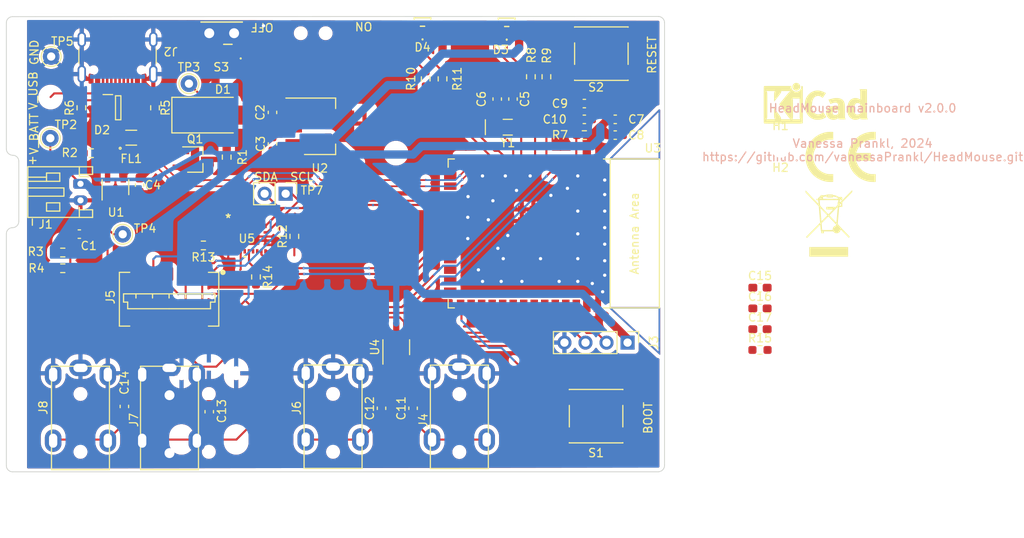
<source format=kicad_pcb>
(kicad_pcb (version 20221018) (generator pcbnew)
  (layers (0 "F.Cu" mixed) (31 "B.Cu" mixed) (34 "B.Paste" user) (35 "F.Paste" user) (36 "B.SilkS" user "B.Silkscreen") (37 "F.SilkS" user "F.Silkscreen") (38 "B.Mask" user) (39 "F.Mask" user) (44 "Edge.Cuts" user))
  (net 0 "")
  (net 1 "GND")
  (net 2 "/V_BAT_MEASURE")
  (net 3 "3.3V")
  (net 4 "/LED_STAT_G")
  (net 5 "/LED_STAT_R")
  (net 6 "/BAT_CHRG_STATUS")
  (net 7 "/I2C_SCL")
  (net 8 "/I2C_SDA")
  (net 9 "V_USB")
  (net 10 "V_BATT")
  (net 11 "Net-(U3-GPIO15{slash}U0RTS{slash}ADC2_CH4{slash}XTAL_32K_P)")
  (net 12 "/Microcontroller - ESP32-S3-WROOM/EN")
  (net 13 "Net-(U3-GPIO16{slash}U0CTS{slash}ADC2_CH5{slash}XTAL_32K_N)")
  (net 14 "/BTN_3")
  (net 15 "/BTN_4")
  (net 16 "/BTN_1")
  (net 17 "/BTN_2")
  (net 18 "Net-(D2-I{slash}O-Pad1)")
  (net 21 "Net-(D2-I{slash}O-Pad6)")
  (net 22 "Net-(D3-K1)")
  (net 23 "Net-(D3-K2)")
  (net 24 "Net-(D4-K1)")
  (net 25 "Net-(D4-K2)")
  (net 26 "/Microcontroller - ESP32-S3-WROOM/USB_C_D-")
  (net 27 "/Microcontroller - ESP32-S3-WROOM/USB_C_D+")
  (net 28 "Net-(J2-CC1)")
  (net 30 "Net-(J2-CC2)")
  (net 32 "/Microcontroller - ESP32-S3-WROOM/UART_TXD")
  (net 33 "/Microcontroller - ESP32-S3-WROOM/UART_RXD")
  (net 35 "/LED_BAT_G")
  (net 36 "/LED_BAT_R")
  (net 40 "unconnected-(U3-GPIO11{slash}TOUCH11{slash}ADC2_CH0{slash}FSPID{slash}FSPIIO5{slash}SUBSPID-Pad19)")
  (net 41 "unconnected-(U3-GPIO12{slash}TOUCH12{slash}ADC2_CH1{slash}FSPICLK{slash}FSPIIO6{slash}SUBSPICLK-Pad20)")
  (net 49 "/BNO55_INT")
  (net 50 "/MPRLS_INT")
  (net 54 "Net-(U5-CAP)")
  (net 55 "/Microcontroller - ESP32-S3-WROOM/BOOT")
  (net 56 "Net-(U5-NBOOT_LOAD_PIN)")
  (net 57 "Net-(U5-NRESET)")
  (net 59 "Net-(U1-PROG)")
  (net 71 "/Battery_and_Power_Managment/V_IN")
  (net 72 "/Battery_and_Power_Managment/V_PWR_SWITCH")
  (footprint "Resistor_SMD:R_0603_1608Metric_Pad0.98x0.95mm_HandSolder" (layer "F.Cu") (at 146.892474 104.459725 -90)
    (fp_text reference "R14")
    (fp_text value "10k")
  )
  (footprint "Resistor_SMD:R_0603_1608Metric_Pad0.98x0.95mm_HandSolder" (layer "F.Cu") (at 180.086 80.264 90)
    (fp_text reference "R8")
    (fp_text value "1k8")
  )
  (footprint "Package_TO_SOT_SMD:SOT-23-6_Handsoldering" (layer "F.Cu") (at 163.83 112.95 90)
    (fp_text reference "U4")
    (fp_text value "WE-TVS-824015043")
  )
  (footprint "Capacitor_SMD:C_0603_1608Metric_Pad1.08x0.95mm_HandSolder" (layer "F.Cu") (at 207.751301 110.7731)
    (fp_text reference "C17")
    (fp_text value "100nF")
  )
  (footprint "HeadMouse:54-00174" (layer "F.Cu") (at 171.45 127.618 90)
    (fp_text reference "J4")
    (fp_text value "54-00174")
  )
  (footprint "HeadMouse:54-00174" (layer "F.Cu") (at 156.2 127.6 90)
    (fp_text reference "J6")
    (fp_text value "54-00174")
  )
  (footprint "MountingHole:MountingHole_2.2mm_M2_ISO7380" (layer "F.Cu") (at 210.225 88.945)
    (fp_text reference "H1")
    (fp_text value "MountingHole")
  )
  (footprint "Resistor_SMD:R_0603_1608Metric_Pad0.98x0.95mm_HandSolder" (layer "F.Cu") (at 181.961 80.264 90)
    (fp_text reference "R9")
    (fp_text value "10k")
  )
  (footprint "Capacitor_SMD:C_0603_1608Metric_Pad1.08x0.95mm_HandSolder" (layer "F.Cu") (at 176.022 82.9575 -90)
    (fp_text reference "C6")
    (fp_text value "15pF-1%")
  )
  (footprint "Connector_JST:JST_PH_S2B-PH-K_1x02_P2.00mm_Horizontal" (layer "F.Cu") (at 125.701 93.201 -90)
    (fp_text reference "J1")
    (fp_text value "JST PH2P ST90 ")
  )
  (footprint "Capacitor_SMD:C_0603_1608Metric_Pad1.08x0.95mm_HandSolder" (layer "F.Cu") (at 207.751301 108.2631)
    (fp_text reference "C16")
    (fp_text value "1.0uF")
  )
  (footprint "Connector_PinHeader_2.54mm:PinHeader_1x02_P2.54mm_Vertical" (layer "F.Cu") (at 150.475 94.4 -90)
    (fp_text reference "TP7")
    (fp_text value "TestPoint_2Pole")
  )
  (footprint "TestPoint:TestPoint_THTPad_D2.0mm_Drill1.0mm" (layer "F.Cu") (at 122.06 87.69)
    (fp_text reference "TP2")
    (fp_text value "TestPoint_Probe")
  )
  (footprint "Symbol:WEEE-Logo_5.6x8mm_SilkScreen" (layer "F.Cu") (at 216.062368 97.99139)
    (fp_text reference "LOGO4" hide)
    (fp_text value "Logo_WEEE" hide)
  )
  (footprint "Espressif:ESP32-S3-WROOM-1" (layer "F.Cu") (at 179.85 99.2 -90)
    (fp_text reference "U3")
    (fp_text value "ESP32-S3-WROOM-1")
  )
  (footprint "Connector_PinHeader_2.54mm:PinHeader_1x04_P2.54mm_Vertical" (layer "F.Cu") (at 191.76 112.395 -90)
    (fp_text reference "J3")
    (fp_text value "Conn_01x04")
  )
  (footprint "Crystal:Crystal_SMD_MicroCrystal_CC7V-T1A-2Pin_3.2x1.5mm_HandSoldering" (layer "F.Cu") (at 177.292 86.36)
    (fp_text reference "Y1")
    (fp_text value "32.768 kHz")
  )
  (footprint "Capacitor_SMD:C_0603_1608Metric_Pad1.08x0.95mm_HandSolder" (layer "F.Cu") (at 148.885 88.3825 90)
    (fp_text reference "C3")
    (fp_text value "1.0uF")
  )
  (footprint "HeadMouse:450404015514" (layer "F.Cu") (at 142.75 75)
    (fp_text reference "S3")
    (fp_text value "450404015514" hide)
  )
  (footprint "Button_Switch_SMD:SW_Push_1P1T_NO_6x6mm_H9.5mm" (layer "F.Cu") (at 188.595 77.47)
    (fp_text reference "S2")
    (fp_text value "SW_Push")
  )
  (footprint "TestPoint:TestPoint_THTPad_D2.0mm_Drill1.0mm" (layer "F.Cu") (at 138.8 81.1)
    (fp_text reference "TP3")
    (fp_text value "TestPoint_Probe")
  )
  (footprint "Resistor_SMD:R_0603_1608Metric_Pad0.98x0.95mm_HandSolder" (layer "F.Cu") (at 143.353 89.98 90)
    (fp_text reference "R1")
    (fp_text value "10k")
  )
  (footprint "HeadMouse:SOT95P280X145-6N" (layer "F.Cu") (at 130.255 84.015)
    (fp_text reference "D2")
    (fp_text value "WE-TVS-824015" hide)
  )
  (footprint "TestPoint:TestPoint_THTPad_D2.0mm_Drill1.0mm" (layer "F.Cu") (at 122.16 77.82)
    (fp_text reference "TP5")
    (fp_text value "TestPoint_Probe")
  )
  (footprint "Resistor_SMD:R_0603_1608Metric_Pad0.98x0.95mm_HandSolder" (layer "F.Cu") (at 127 89.5)
    (fp_text reference "R2")
    (fp_text value "2k")
  )
  (footprint "Diode_SMD:D_SMB_Handsoldering" (layer "F.Cu") (at 141.448 84.9)
    (fp_text reference "D1")
    (fp_text value "10BQ015")
  )
  (footprint "HeadMouse:54-00174" (layer "F.Cu") (at 125.7 127.75 90)
    (fp_text reference "J8")
    (fp_text value "54-00174")
  )
  (footprint "Capacitor_SMD:C_0603_1608Metric_Pad1.08x0.95mm_HandSolder" (layer "F.Cu") (at 125.5635 99.281 180)
    (fp_text reference "C1")
    (fp_text value "4.7uF")
  )
  (footprint "Capacitor_SMD:C_0603_1608Metric_Pad1.08x0.95mm_HandSolder" (layer "F.Cu") (at 186.5425 85.41 180)
    (fp_text reference "C10")
    (fp_text value "1.0uF")
  )
  (footprint "Package_TO_SOT_SMD:SOT-23-5_HandSoldering" (layer "F.Cu") (at 129.921 93.613 90)
    (fp_text reference "U1")
    (fp_text value "MCP73831-2")
  )
  (footprint "Resistor_SMD:R_0603_1608Metric_Pad0.98x0.95mm_HandSolder" (layer "F.Cu") (at 167.386 80.518 90)
    (fp_text reference "R10")
    (fp_text value "120 ")
  )
  (footprint "Resistor_SMD:R_0603_1608Metric_Pad0.98x0.95mm_HandSolder" (layer "F.Cu") (at 169.418 80.518 90)
    (fp_text reference "R11")
    (fp_text value "120 ")
  )
  (footprint "HeadMouse:WE-CNSW-SMD" (layer "F.Cu") (at 131.826 87.63)
    (fp_text reference "FL1")
    (fp_text value "WE-CNSW 744232090" hide)
  )
  (footprint "Connector_USB:USB_C_Receptacle_GCT_USB4105-xx-A_16P_TopMnt_Horizontal" (layer "F.Cu") (at 130.175 76.835 180)
    (fp_text reference "J2")
    (fp_text value "USB4105-GF-A")
  )
  (footprint "Capacitor_SMD:C_0603_1608Metric_Pad1.08x0.95mm_HandSolder" (layer "F.Cu") (at 190.2725 87.315 180)
    (fp_text reference "C8")
    (fp_text value "100nF")
  )
  (footprint "Capacitor_SMD:C_0603_1608Metric_Pad1.08x0.95mm_HandSolder" (layer "F.Cu") (at 186.5425 83.505 180)
    (fp_text reference "C9")
    (fp_text value "100nF")
  )
  (footprint "HeadMouse:54-00174" (layer "F.Cu") (at 136.45 127.75 90)
    (fp_text reference "J7")
    (fp_text value "54-00174")
  )
  (footprint "Capacitor_SMD:C_0603_1608Metric_Pad1.08x0.95mm_HandSolder" (layer "F.Cu") (at 141.25 120.75 90)
    (fp_text reference "C13")
    (fp_text value "100nF")
  )
  (footprint "Capacitor_SMD:C_0603_1608Metric_Pad1.08x0.95mm_HandSolder" (layer "F.Cu") (at 132.842 93.359 -90)
    (fp_text reference "C4")
    (fp_text value "4.7uF")
  )
  (footprint "Capacitor_SMD:C_0603_1608Metric_Pad1.08x0.95mm_HandSolder" (layer "F.Cu") (at 207.751301 105.7531)
    (fp_text reference "C15")
    (fp_text value "100nF")
  )
  (footprint "Resistor_SMD:R_0603_1608Metric_Pad0.98x0.95mm_HandSolder" (layer "F.Cu") (at 134.7 84.015 90)
    (fp_text reference "R5")
    (fp_text value "5k1")
  )
  (footprint "Resistor_SMD:R_0603_1608Metric_Pad0.98x0.95mm_HandSolder" (layer "F.Cu") (at 207.751301 113.2831)
    (fp_text reference "R15")
    (fp_text value "10k")
  )
  (footprint "HeadMouse:LOGO_HM_V2.0.0" (layer "F.Cu") (at 220.14 94.22)
    (fp_text reference "LOGO1" hide)
    (fp_text value "Logo_HM" hide)
  )
  (footprint "Package_TO_SOT_SMD:TSOT-23_HandSoldering" (layer "F.Cu") (at 139.54 90.25)
    (fp_text reference "Q1")
    (fp_text value "PMOS AS3401")
  )
  (footprint "Capacitor_SMD:C_0603_1608Metric_Pad1.08x0.95mm_HandSolder" (layer "F.Cu") (at 165.862 120.33 90)
    (fp_text reference "C11")
    (fp_text value "100nF")
  )
  (footprint "TestPoint:TestPoint_THTPad_D2.0mm_Drill1.0mm" (layer "F.Cu") (at 130.8 99.3)
    (fp_text reference "TP4")
    (fp_text value "TestPoint_Probe")
  )
  (footprint "Resistor_SMD:R_0603_1608Metric_Pad0.98x0.95mm_HandSolder" (layer "F.Cu") (at 123.5615 101.506 180)
    (fp_text reference "R3")
    (fp_text value "100k")
  )
  (footprint "Resistor_SMD:R_0603_1608Metric_Pad0.98x0.95mm_HandSolder" (layer "F.Cu") (at 186.5425 87.315)
    (fp_text reference "R7")
    (fp_text value "4k7")
  )
  (footprint "HeadMouse:QFN_BNO055_BOS" (layer "F.Cu") (at 145.79 99.8233)
    (fp_text reference "U5")
    (fp_text value "BNO055")
  )
  (footprint "HeadMouse:155124RV73200" (layer "F.Cu") (at 177.165 74.83)
    (fp_text reference "D3")
    (fp_text value "155124RV73200" hide)
  )
  (footprint "Symbol:KiCad-Logo_5mm_SilkScreen" (layer "F.Cu") (at 214.481708 83.982424)
    (fp_text reference "LOGO2" hide)
    (fp_text value "Logo_KiCAD" hide)
  )
  (footprint "HeadMouse:155124RV73200" (layer "F.Cu") (at 167 74.8)
    (fp_text reference "D4")
    (fp_text value "155124RV73200" hide)
  )
  (footprint "Package_TO_SOT_SMD:SOT-223-3_TabPin2" (layer "F.Cu") (at 154.6 86.25)
    (fp_text reference "U2")
    (fp_text value "TC1262-33")
  )
  (footprint "Capacitor_SMD:C_0603_1608Metric_Pad1.08x0.95mm_HandSolder" (layer "F.Cu") (at 162.052 120.33 90)
    (fp_text reference "C12")
    (fp_text value "100nF")
  )
  (footprint "Resistor_SMD:R_0603_1608Metric_Pad0.98x0.95mm_HandSolder" (layer "F.Cu") (at 140.542474 100.649725 180)
    (fp_text reference "R13")
    (fp_text value "120 ")
  )
  (footprint "MountingHole:MountingHole_2.2mm_M2_ISO7380" (layer "F.Cu") (at 210.225 93.995)
    (fp_text reference "H2")
    (fp_text value "MountingHole")
  )
  (footprint "Resistor_SMD:R_0603_1608Metric_Pad0.98x0.95mm_HandSolder" (layer "F.Cu") (at 125.81 84.015 90)
    (fp_text reference "R6")
    (fp_text value "5k1")
  )
  (footprint "Button_Switch_SMD:SW_Push_1P1T_NO_6x6mm_H9.5mm" (layer "F.Cu") (at 187.96 121.285 180)
    (fp_text reference "S1")
    (fp_text value "SW_Push")
  )
  (footprint "Resistor_SMD:R_0603_1608Metric_Pad0.98x0.95mm_HandSolder" (layer "F.Cu") (at 151.523 99.555 90)
    (fp_text reference "R12")
    (fp_text value "120 ")
  )
  (footprint "Resistor_SMD:R_0603_1608Metric_Pad0.98x0.95mm_HandSolder" (layer "F.Cu") (at 123.5615 103.411)
    (fp_text reference "R4")
    (fp_text value "100k")
  )
  (footprint "Capacitor_SMD:C_0603_1608Metric_Pad1.08x0.95mm_HandSolder" (layer "F.Cu") (at 190.2725 85.41 180)
    (fp_text reference "C7")
    (fp_text value "22uF")
  )
  (footprint "Capacitor_SMD:C_0603_1608Metric_Pad1.08x0.95mm_HandSolder" (layer "F.Cu") (at 177.927 82.9575 -90)
    (fp_text reference "C5")
    (fp_text value "15pF-1%")
  )
  (footprint "Symbol:CE-Logo_8.5x6mm_SilkScreen" (layer "F.Cu") (at 217.487161 89.94125)
    (fp_text reference "LOGO3" hide)
    (fp_text value "Logo_CE" hide)
  )
  (footprint "HeadMouse:009159005551906" (layer "F.Cu") (at 136.4 107.15)
    (fp_text reference "J5")
    (fp_text value "009159005551906")
  )
  (footprint "Capacitor_SMD:C_0603_1608Metric_Pad1.08x0.95mm_HandSolder" (layer "F.Cu") (at 148.885 84.5725 -90)
    (fp_text reference "C2")
    (fp_text value "1.0uF")
  )
  (footprint "Capacitor_SMD:C_0603_1608Metric_Pad1.08x0.95mm_HandSolder" (layer "F.Cu") (at 131 120.1125 90)
    (fp_text reference "C14")
    (fp_text value "100nF")
  )
  (gr_poly locked (pts (xy 189.65 108.2) (xy 195.6 108.2) (xy 195.6 113.7)) (stroke (width 0.2)) (fill none) (layer "F.Cu"))
  (gr_poly locked (pts (xy 189.65 90.2) (xy 195.6 90.2) (xy 195.6 84.3)) (stroke (width 0.2)) (fill none) (layer "F.Cu"))
  (gr_poly locked (pts (xy 189.65 90.2) (xy 195.6 90.2) (xy 195.6 84.3)) (stroke (width 0.2)) (fill none) (layer "B.Cu"))
  (gr_poly locked (pts (xy 189.65 108.2) (xy 195.6 108.2) (xy 195.6 113.7)) (stroke (width 0.2)) (fill none) (layer "B.Cu"))
  (gr_line (start 117.500432 128.01113) (end 195.467948 128.01113) (stroke (width 0.1)) (layer "Edge.Cuts"))
  (gr_arc (start 116.75 99.25) (mid 116.96967 98.71967) (end 117.5 98.5) (stroke (width 0.1)) (layer "Edge.Cuts"))
  (gr_line (start 116.75 127.25) (end 116.75 99.25) (stroke (width 0.1)) (layer "Edge.Cuts"))
  (gr_arc (start 118.249387 97.719671) (mid 118.040947 98.269497) (end 117.5 98.5) (stroke (width 0.1)) (layer "Edge.Cuts"))
  (gr_arc (start 116.75 73.75) (mid 116.96967 73.21967) (end 117.5 73) (stroke (width 0.1)) (layer "Edge.Cuts"))
  (gr_line (start 116.75 89) (end 116.75 73.75) (stroke (width 0.1)) (layer "Edge.Cuts"))
  (gr_arc (start 117.53033 89.750589) (mid 116.988966 89.532484) (end 116.75 89) (stroke (width 0.1)) (layer "Edge.Cuts"))
  (gr_line (start 117.5 73) (end 195.478137 72.971863) (stroke (width 0.1)) (layer "Edge.Cuts"))
  (gr_arc (start 117.500432 128.011644) (mid 116.965818 127.787874) (end 116.750001 127.25) (stroke (width 0.1)) (layer "Edge.Cuts"))
  (gr_line (start 196.228137 73.721863) (end 196.228726 127.191533) (stroke (width 0.1)) (layer "Edge.Cuts"))
  (gr_arc (start 117.53033 89.750589) (mid 118.038797 89.961203) (end 118.249411 90.46967) (stroke (width 0.1)) (layer "Edge.Cuts"))
  (gr_arc (start 195.478137 72.971863) (mid 196.000008 73.199992) (end 196.228137 73.721863) (stroke (width 0.1)) (layer "Edge.Cuts"))
  (gr_arc (start 196.228726 127.191533) (mid 196.01769 127.758531) (end 195.467948 128.01113) (stroke (width 0.1)) (layer "Edge.Cuts"))
  (gr_line (start 118.249411 90.46967) (end 118.249411 97.71967) (stroke (width 0.1)) (layer "Edge.Cuts"))
  (gr_text "GND" (at 120.71 78.94 90) (layer "F.SilkS") (effects (font (size 1 1) (thickness 0.15) bold) (justify left bottom)))
  (gr_text "ON" (at 161.04 73.58 180) (layer "F.SilkS") (effects (font (size 1 1) (thickness 0.15) bold) (justify left bottom)))
  (gr_text "BOOT" (at 194.82 123.52 90) (layer "F.SilkS") (effects (font (size 1 1) (thickness 0.15) bold) (justify left bottom)))
  (gr_text "SDA  SCL" (at 146.605 92.95) (layer "F.SilkS") (effects (font (size 1 1) (thickness 0.15) bold) (justify left bottom)))
  (gr_text "OFF" (at 149.11 73.7 180) (layer "F.SilkS") (effects (font (size 1 1) (thickness 0.15) bold) (justify left bottom)))
  (gr_text "V_USB" (at 120.58 84.34 90) (layer "F.SilkS") (effects (font (size 1 1) (thickness 0.15) bold) (justify left bottom)))
  (gr_text "-" (at 120.4 98.55 90) (layer "F.SilkS") (effects (font (size 1 1) (thickness 0.15) bold) (justify left bottom)))
  (gr_text "RESET" (at 195.29 79.99 90) (layer "F.SilkS") (effects (font (size 1 1) (thickness 0.15) bold) (justify left bottom)))
  (gr_text "V_BATT" (at 120.68 89.77 90) (layer "F.SilkS") (effects (font (size 1 1) (thickness 0.15) bold) (justify left bottom)))
  (gr_text "+" (at 120.45 91.1 90) (layer "F.SilkS") (effects (font (size 1 1) (thickness 0.15) bold) (justify left bottom)))
  (segment (start 143.5608 99.071999) (end 143.267999 99.071999) (width 0.25) (layer "F.Cu") (net 1))
  (segment (start 129.921 94.963) (end 129.921 96.421) (width 0.25) (layer "F.Cu") (net 1))
  (segment (start 123.463 98.35) (end 124.394 99.281) (width 1) (layer "F.Cu") (net 1))
  (segment (start 133.92 80.515) (end 134.495 79.94) (width 0.5) (layer "F.Cu") (net 1))
  (segment (start 134.366 81.788) (end 134.62 81.788) (width 0.25) (layer "F.Cu") (net 1))
  (segment (start 141.2 115.3) (end 140.1 115.3) (width 0.25) (layer "F.Cu") (net 1))
  (segment (start 143.5608 100.572001) (end 142.3162 101.816601) (width 0.25) (layer "F.Cu") (net 1))
  (segment (start 143.5608 100.572001) (end 144.427999 100.572001) (width 0.25) (layer "F.Cu") (net 1))
  (segment (start 140.1 115.3) (end 139.2 114.4) (width 0.25) (layer "F.Cu") (net 1))
  (segment (start 148.0312 99.572) (end 146.872 99.572) (width 0.25) (layer "F.Cu") (net 1))
  (segment (start 144.471999 99.071999) (end 144.9 99.5) (width 0.25) (layer "F.Cu") (net 1))
  (segment (start 148.0312 100.072) (end 149.098 100.072) (width 0.25) (layer "F.Cu") (net 1))
  (segment (start 148.045999 101.3587) (end 149.0587 101.3587) (width 0.25) (layer "F.Cu") (net 1))
  (segment (start 142.1 115.3) (end 143.2 114.2) (width 0.25) (layer "F.Cu") (net 1))
  (segment (start 188.976 83.82) (end 187.405 85.391) (width 0.25) (layer "F.Cu") (net 1))
  (segment (start 143.267999 99.071999) (end 142.748 98.552) (width 0.25) (layer "F.Cu") (net 1))
  (segment (start 144.427999 100.572001) (end 144.7 100.3) (width 0.25) (layer "F.Cu") (net 1))
  (segment (start 133.375 80.515) (end 133.92 80.515) (width 0.5) (layer "F.Cu") (net 1))
  (segment (start 145.546 98.2853) (end 145.546 97.786) (width 0.25) (layer "F.Cu") (net 1))
  (segment (start 141.2 115.3) (end 142.1 115.3) (width 0.25) (layer "F.Cu") (net 1))
  (segment (start 143.546001 101.3587) (end 143.546001 102.525199) (width 0.25) (layer "F.Cu") (net 1))
  (segment (start 133.375 80.797) (end 134.366 81.788) (width 0.25) (layer "F.Cu") (net 1))
  (segment (start 148.0312 100.072) (end 146.828 100.072) (width 0.25) (layer "F.Cu") (net 1))
  (segment (start 187.405 85.391) (end 187.405 85.41) (width 0.25) (layer "F.Cu") (net 1))
  (segment (start 145.546 97.786) (end 146.304 97.028) (width 0.25) (layer "F.Cu") (net 1))
  (segment (start 133.375 80.515) (end 133.375 80.797) (width 0.25) (layer "F.Cu") (net 1))
  (segment (start 121.95 98.35) (end 123.463 98.35) (width 1) (layer "F.Cu") (net 1))
  (segment (start 129.921 96.421) (end 130.25 96.75) (width 0.25) (layer "F.Cu") (net 1))
  (segment (start 126.975 80.515) (end 126.43 80.515) (width 0.5) (layer "F.Cu") (net 1))
  (segment (start 148.0312 99.572) (end 149.1 99.572) (width 0.25) (layer "F.Cu") (net 1))
  (segment (start 126.43 80.515) (end 125.855 79.94) (width 0.5) (layer "F.Cu") (net 1))
  (segment (start 143.5608 99.071999) (end 144.471999 99.071999) (width 0.25) (layer "F.Cu") (net 1))
  (segment (start 148.0312 100.572001) (end 149.072001 100.572001) (width 0.25) (layer "F.Cu") (net 1))
  (segment (start 145.546 99.346) (end 145.6 99.4) (width 0.25) (layer "F.Cu") (net 1))
  (segment (start 145.546 98.2853) (end 145.546 99.346) (width 0.25) (layer "F.Cu") (net 1))
  (via (at 174.25 105) (size 0.8) (drill 0.4) (layers "F.Cu" "B.Cu") (net 1))
  (via (at 189 98.5) (size 0.8) (drill 0.4) (layers "F.Cu" "B.Cu") (net 1))
  (via (at 177 92.25) (size 0.8) (drill 0.4) (layers "F.Cu" "B.Cu") (net 1))
  (via (at 184.5 93.75) (size 0.8) (drill 0.4) (layers "F.Cu" "B.Cu") (net 1))
  (via (at 185.75 96.5) (size 0.8) (drill 0.4) (layers "F.Cu" "B.Cu") (net 1))
  (via (at 177.3 99.45) (size 0.8) (drill 0.4) (layers "F.Cu" "B.Cu") (net 1))
  (via (at 189 104.25) (size 0.8) (drill 0.4) (layers "F.Cu" "B.Cu") (net 1))
  (via (at 185.75 105) (size 0.8) (drill 0.4) (layers "F.Cu" "B.Cu") (net 1))
  (via (at 185.75 99.25) (size 0.8) (drill 0.4) (layers "F.Cu" "B.Cu") (net 1))
  (via (at 189 96.5) (size 0.8) (drill 0.4) (layers "F.Cu" "B.Cu") (net 1))
  (via (at 172.5 94.75) (size 0.8) (drill 0.4) (layers "F.Cu" "B.Cu") (net 1))
  (via (at 147.8 74.1) (size 0.8) (drill 0.4) (layers "F.Cu" "B.Cu") (net 1))
  (via (at 187.5 105.25) (size 0.8) (drill 0.4) (layers "F.Cu" "B.Cu") (net 1))
  (via (at 185.75 102.25) (size 0.8) (drill 0.4) (layers "F.Cu" "B.Cu") (net 1))
  (via (at 175.5 95.25) (size 0.8) (drill 0.4) (layers "F.Cu" "B.Cu") (net 1))
  (via (at 182.5 94.6) (size 0.8) (drill 0.4) (layers "F.Cu" "B.Cu") (net 1))
  (via (at 185.75 92.25) (size 0.8) (drill 0.4) (layers "F.Cu" "B.Cu") (net 1))
  (via (at 179 105) (size 0.8) (drill 0.4) (layers "F.Cu" "B.Cu") (net 1))
  (via (at 174.95 97.55) (size 0.8) (drill 0.4) (layers "F.Cu" "B.Cu") (net 1))
  (via (at 189 102.5) (size 0.8) (drill 0.4) (layers "F.Cu" "B.Cu") (net 1))
  (via (at 183.5 105) (size 0.8) (drill 0.4) (layers "F.Cu" "B.Cu") (net 1))
  (via (at 189 92.75) (size 0.8) (drill 0.4) (layers "F.Cu" "B.Cu") (net 1))
  (via (at 189 94.5) (size 0.8) (drill 0.4) (layers "F.Cu" "B.Cu") (net 1))
  (via (at 180 92.25) (size 0.8) (drill 0.4) (layers "F.Cu" "B.Cu") (net 1))
  (via (at 172.466 97.25) (size 0.8) (drill 0.4) (layers "F.Cu" "B.Cu") (net 1))
  (via (at 181.25 102.25) (size 0.8) (drill 0.4) (layers "F.Cu" "B.Cu") (net 1))
  (via (at 189 100.5) (size 0.8) (drill 0.4) (layers "F.Cu" "B.Cu") (net 1))
  (via (at 178.35 94) (size 0.8) (drill 0.4) (layers "F.Cu" "B.Cu") (net 1))
  (via (at 188.75 106.25) (size 0.8) (drill 0.4) (layers "F.Cu" "B.Cu") (net 1))
  (via (at 173.75 103.6) (size 0.8) (drill 0.4) (layers "F.Cu" "B.Cu") (net 1))
  (via (at 174.244 92.25) (size 0.8) (drill 0.4) (layers "F.Cu" "B.Cu") (net 1))
  (via (at 176.75 102.25) (size 0.8) (drill 0.4) (layers "F.Cu" "B.Cu") (net 1))
  (via (at 172.466 99.822) (size 0.8) (drill 0.4) (layers "F.Cu" "B.Cu") (net 1))
  (via (at 176.1 101) (size 0.8) (drill 0.4) (layers "F.Cu" "B.Cu") (net 1))
  (via (at 176.5 105) (size 0.8) (drill 0.4) (layers "F.Cu" "B.Cu") (net 1))
  (segment (start 182.7 92.65) (end 184.3 91.05) (width 0.25) (layer "F.Cu") (net 2))
  (segment (start 184.3 91.05) (end 184.3 90.45) (width 0.25) (layer "F.Cu") (net 2))
  (segment (start 124.474 106.938695) (end 124.474 103.411) (width 0.25) (layer "F.Cu") (net 2))
  (segment (start 164.7 108.8) (end 154.5 108.8) (width 0.25) (layer "F.Cu") (net 2))
  (segment (start 130.960305 113.425) (end 124.474 106.938695) (width 0.25) (layer "F.Cu") (net 2))
  (segment (start 124.474 103.411) (end 124.474 101.506) (width 0.25) (layer "F.Cu") (net 2))
  (segment (start 154.5 108.8) (end 149.875 113.425) (width 0.25) (layer "F.Cu") (net 2))
  (segment (start 168 105.5) (end 164.7 108.8) (width 0.25) (layer "F.Cu") (net 2))
  (segment (start 149.875 113.425) (end 130.960305 113.425) (width 0.25) (layer "F.Cu") (net 2))
  (via micro (at 182.7 92.65) (size 0.3) (drill 0.1) (layers "F.Cu" "B.Cu") (net 2))
  (segment (start 170.95 104.4) (end 169.1 104.4) (width 0.25) (layer "B.Cu") (net 2))
  (segment (start 169.1 104.4) (end 168 105.5) (width 0.25) (layer "B.Cu") (net 2))
  (segment (start 182.7 92.65) (end 170.95 104.4) (width 0.25) (layer "B.Cu") (net 2))
  (segment (start 188.468 86.352) (end 189.41 85.41) (width 1) (layer "F.Cu") (net 3))
  (segment (start 168.5 75.5) (end 168.5 74.4) (width 1) (layer "F.Cu") (net 3))
  (segment (start 140.5382 97.151) (end 141.404974 98.017774) (width 0.25) (layer "F.Cu") (net 3))
  (segment (start 188.41 86.36) (end 187.455 87.315) (width 1) (layer "F.Cu") (net 3))
  (segment (start 146.3 108.575) (end 146.3 108) (width 0.25) (layer "F.Cu") (net 3))
  (segment (start 141.404974 98.017774) (end 141.404974 98.744725) (width 0.25) (layer "F.Cu") (net 3))
  (segment (start 148.3 104.7) (end 147.627775 105.372225) (width 0.25) (layer "F.Cu") (net 3))
  (segment (start 147.627775 105.372225) (end 146.892474 105.372225) (width 0.25) (layer "F.Cu") (net 3))
  (segment (start 188.468 86.36) (end 188.41 86.36) (width 0.25) (layer "F.Cu") (net 3))
  (segment (start 134.5 102.3) (end 134.5 104) (width 0.25) (layer "F.Cu") (net 3))
  (segment (start 143.5608 99.572) (end 142.232249 99.572) (width 0.25) (layer "F.Cu") (net 3))
  (segment (start 144.046001 98.2853) (end 144.046001 96.988702) (width 0.25) (layer "F.Cu") (net 3))
  (segment (start 144.046001 96.988702) (end 143.455999 96.3987) (width 0.25) (layer "F.Cu") (net 3))
  (segment (start 169.418 77.47) (end 169.418 76.418) (width 1) (layer "F.Cu") (net 3))
  (segment (start 141.404974 98.744725) (end 141.404974 98.449725) (width 0.25) (layer "F.Cu") (net 3))
  (segment (start 144.6 108.3) (end 145.6 107.3) (width 0.25) (layer "F.Cu") (net 3))
  (segment (start 163.8277 110.0745) (end 163.83 110.0768) (width 0.75) (layer "F.Cu") (net 3))
  (segment (start 144.6 108.575) (end 144.6 108.3) (width 0.25) (layer "F.Cu") (net 3))
  (segment (start 188.468 86.36) (end 188.468 86.352) (width 0.25) (layer "F.Cu") (net 3))
  (segment (start 188.468 86.36) (end 188.468 86.373) (width 0.25) (layer "F.Cu") (net 3))
  (segment (start 186.84 87.93) (end 186.84 90.45) (width 1) (layer "F.Cu") (net 3))
  (segment (start 142.232249 99.572) (end 141.404974 98.744725) (width 0.25) (layer "F.Cu") (net 3))
  (segment (start 134.5 104) (end 134.4 104.1) (width 0.25) (layer "F.Cu") (net 3))
  (segment (start 178.665 76.8) (end 178.665 74.43) (width 1) (layer "F.Cu") (net 3))
  (segment (start 189.782 109.982) (end 191.76 111.96) (width 1) (layer "F.Cu") (net 3))
  (segment (start 146.3 108) (end 145.6 107.3) (width 0.25) (layer "F.Cu") (net 3))
  (segment (start 142.24 95.758) (end 142.815299 95.758) (width 0.25) (layer "F.Cu") (net 3))
  (segment (start 187.455 87.315) (end 186.84 87.93) (width 1) (layer "F.Cu") (net 3))
  (segment (start 188.468 86.373) (end 189.41 87.315) (width 1) (layer "F.Cu") (net 3))
  (segment (start 169.418 76.418) (end 168.5 75.5) (width 1) (layer "F.Cu") (net 3))
  (segment (start 156.21 89.662) (end 156.464 89.408) (width 0.25) (layer "F.Cu") (net 3))
  (segment (start 191.76 111.96) (end 191.76 112.395) (width 1) (layer "F.Cu") (net 3))
  (segment (start 142.815299 95.758) (end 143.455999 96.3987) (width 0.25) (layer "F.Cu") (net 3))
  (segment (start 134.4 110.2) (end 134.4 104.1) (width 0.25) (layer "F.Cu") (net 3))
  (segment (start 163.83 110.0768) (end 163.83 111.6) (width 0.75) (layer "F.Cu") (net 3))
  (segment (start 165.608 81.28) (end 169.418 77.47) (width 1) (layer "B.Cu") (net 3))
  (segment (start 160.274 89.662) (end 165.862 89.662) (width 1) (layer "B.Cu") (net 3))
  (segment (start 146 104.4) (end 146 106.9) (width 0.25) (layer "B.Cu") (net 3))
  (segment (start 163.8277 110.0745) (end 163.83 110.0722) (width 0.75) (layer "B.Cu") (net 3))
  (segment (start 167.206 106.5) (end 166.116 105.41) (width 1) (layer "B.Cu") (net 3))
  (segment (start 157.734 89.662) (end 160.274 89.662) (width 1) (layer "B.Cu") (net 3))
  (segment (start 166.878 88.646) (end 187.452 88.646) (width 1) (layer "B.Cu") (net 3))
  (segment (start 177.995 77.47) (end 169.418 77.47) (width 1) (layer "B.Cu") (net 3))
  (segment (start 155.956 88.138) (end 162.814 81.28) (width 1) (layer "B.Cu") (net 3))
  (segment (start 188.468 87.63) (end 188.468 86.36) (width 1) (layer "B.Cu") (net 3))
  (segment (start 189.782 109.982) (end 186.3 106.5) (width 1) (layer "B.Cu") (net 3))
  (segment (start 163.83 105.27) (end 163.86 105.24) (width 0.75) (layer "B.Cu") (net 3))
  (segment (start 186.3 106.5) (end 167.206 106.5) (width 1) (layer "B.Cu") (net 3))
  (segment (start 146 106.9) (end 145.6 107.3) (width 0.25) (layer "B.Cu") (net 3))
  (segment (start 178.665 76.8) (end 177.995 77.47) (width 1) (layer "B.Cu") (net 3))
  (segment (start 165.862 89.662) (end 166.878 88.646) (width 1) (layer "B.Cu") (net 3))
  (segment (start 163.83 110.0722) (end 163.83 105.27) (width 0.75) (layer "B.Cu") (net 3))
  (segment (start 187.452 88.646) (end 188.468 87.63) (width 1) (layer "B.Cu") (net 3))
  (segment (start 162.814 81.28) (end 165.608 81.28) (width 1) (layer "B.Cu") (net 3))
  (segment (start 167.386 81.4305) (end 167.386 82.03638) (width 0.25) (layer "F.Cu") (net 4))
  (segment (start 151.523 101.854) (end 151.523 100.4675) (width 0.25) (layer "F.Cu") (net 4))
  (segment (start 175.41 90.06038) (end 175.41 90.45) (width 0.25) (layer "F.Cu") (net 4))
  (segment (start 151.6605 100.33) (end 151.523 100.4675) (width 0.25) (layer "F.Cu") (net 4))
  (segment (start 167.386 82.03638) (end 175.41 90.06038) (width 0.25) (layer "F.Cu") (net 4))
  (segment (start 169.418 81.4305) (end 169.418 82.918) (width 0.25) (layer "F.Cu") (net 5))
  (segment (start 142.032699 100.072) (end 143.5608 100.072) (width 0.25) (layer "F.Cu") (net 5))
  (segment (start 176.198198 89.218198) (end 176.68 89.7) (width 0.25) (layer "F.Cu") (net 5))
  (segment (start 141.454974 100.649725) (end 142.032699 100.072) (width 0.25) (layer "F.Cu") (net 5))
  (segment (start 175.718198 89.218198) (end 176.198198 89.218198) (width 0.25) (layer "F.Cu") (net 5))
  (segment (start 169.418 82.918) (end 175.718198 89.218198) (width 0.25) (layer "F.Cu") (net 5))
  (segment (start 176.68 89.7) (end 176.68 90.45) (width 0.25) (layer "F.Cu") (net 5))
  (segment (start 128.971 98.6) (end 128.971 94.963) (width 0.25) (layer "F.Cu") (net 6))
  (segment (start 128.971 110.371) (end 128.971 98.6) (width 0.25) (layer "F.Cu") (net 6))
  (segment (start 168.4 104.2) (end 164.5 108.1) (width 0.25) (layer "F.Cu") (net 6))
  (segment (start 182 92.25) (end 183.03 91.22) (width 0.25) (layer "F.Cu") (net 6))
  (segment (start 154.1 108.1) (end 149.5 112.7) (width 0.25) (layer "F.Cu") (net 6))
  (segment (start 149.5 112.7) (end 131.3 112.7) (width 0.25) (layer "F.Cu") (net 6))
  (segment (start 131.3 112.7) (end 128.971 110.371) (width 0.25) (layer "F.Cu") (net 6))
  (segment (start 130.8 99.3) (end 129.671 99.3) (width 0.25) (layer "F.Cu") (net 6))
  (segment (start 129.671 99.3) (end 128.971 98.6) (width 0.25) (layer "F.Cu") (net 6))
  (segment (start 164.5 108.1) (end 154.1 108.1) (width 0.25) (layer "F.Cu") (net 6))
  (segment (start 183.03 91.22) (end 183.03 90.45) (width 0.25) (layer "F.Cu") (net 6))
  (via micro (at 182 92.25) (size 0.3) (drill 0.1) (layers "F.Cu" "B.Cu") (net 6))
  (segment (start 169.5 103.1) (end 171.15 103.1) (width 0.25) (layer "B.Cu") (net 6))
  (segment (start 168.4 104.2) (end 169.5 103.1) (width 0.25) (layer "B.Cu") (net 6))
  (segment (start 171.15 103.1) (end 182 92.25) (width 0.25) (layer "B.Cu") (net 6))
  (segment (start 150.5 94.4) (end 151.219099 94.4) (width 0.25) (layer "F.Cu") (net 7))
  (segment (start 148.2471 99.071999) (end 148.0312 99.071999) (width 0.25) (layer "F.Cu") (net 7))
  (segment (start 168.656 95.25) (end 169.151 94.755) (width 0.25) (layer "F.Cu") (net 7))
  (segment (start 157.734 95.25) (end 152.069099 95.25) (width 0.25) (layer "F.Cu") (net 7))
  (segment (start 144.4 110.2) (end 144.6 110.4) (width 0.25) (layer "F.Cu") (net 7))
  (segment (start 141.4 104.1) (end 140.4 104.1) (width 0.25) (layer "F.Cu") (net 7))
  (segment (start 142.3 103.2) (end 141.4 104.1) (width 0.25) (layer "F.Cu") (net 7))
  (segment (start 149.409549 97.909549) (end 148.2471 99.071999) (width 0.25) (layer "F.Cu") (net 7))
  (segment (start 140.4 110.2) (end 140.4 104.1) (width 0.25) (layer "F.Cu") (net 7))
  (segment (start 140.4 110.2) (end 144.4 110.2) (width 0.25) (layer "F.Cu") (net 7))
  (segment (start 160.528 95.25) (end 157.734 95.25) (width 0.25) (layer "F.Cu") (net 7))
  (segment (start 149.7 98.2) (end 149.409549 97.909549) (width 0.25) (layer "F.Cu") (net 7))
  (segment (start 152.069099 95.25) (end 149.409549 97.909549) (width 0.25) (layer "F.Cu") (net 7))
  (segment (start 149.7 99) (end 149.7 98.2) (width 0.25) (layer "F.Cu") (net 7))
  (segment (start 151.219099 94.4) (end 152.069099 95.25) (width 0.25) (layer "F.Cu") (net 7))
  (segment (start 160.528 95.25) (end 168.656 95.25) (width 0.25) (layer "F.Cu") (net 7))
  (segment (start 169.151 94.755) (end 170.35 94.755) (width 0.25) (layer "F.Cu") (net 7))
  (via micro (at 142.3 103.2) (size 0.3) (drill 0.1) (layers "F.Cu" "B.Cu") (net 7))
  (via micro (at 149.7 99) (size 0.3) (drill 0.1) (layers "F.Cu" "B.Cu") (net 7))
  (segment (start 145.6 103.1) (end 149.7 99) (width 0.25) (layer "B.Cu") (net 7))
  (segment (start 142.3 103.2) (end 142.4 103.1) (width 0.25) (layer "B.Cu") (net 7))
  (segment (start 142.4 103.1) (end 145.6 103.1) (width 0.25) (layer "B.Cu") (net 7))
  (segment (start 148.66565 97.66565) (end 149.26565 97.06565) (width 0.25) (layer "F.Cu") (net 8))
  (segment (start 139.7 102.8) (end 138.4 104.1) (width 0.25) (layer "F.Cu") (net 8))
  (segment (start 161.009469 95.758) (end 168.656 95.758) (width 0.25) (layer "F.Cu") (net 8))
  (segment (start 149.26565 97.06565) (end 150.196299 96.135) (width 0.25) (layer "F.Cu") (net 8))
  (segment (start 168.923 96.025) (end 170.35 96.025) (width 0.25) (layer "F.Cu") (net 8))
  (segment (start 158.242 95.758) (end 161.009469 95.758) (width 0.25) (layer "F.Cu") (net 8))
  (segment (start 138.4 110.2) (end 139.625 111.425) (width 0.25) (layer "F.Cu") (net 8))
  (segment (start 151.9682 96.135) (end 152.531 96.135) (width 0.25) (layer "F.Cu") (net 8))
  (segment (start 148.045999 98.2853) (end 149.26565 97.06565) (width 0.25) (layer "F.Cu") (net 8))
  (segment (start 152.531 96.135) (end 152.908 95.758) (width 0.25) (layer "F.Cu") (net 8))
  (segment (start 142.1 102.5) (end 141.8 102.8) (width 0.25) (layer "F.Cu") (net 8))
  (segment (start 147.96 94.4) (end 149.695 96.135) (width 0.25) (layer "F.Cu") (net 8))
  (segment (start 149.695 96.135) (end 150.196299 96.135) (width 0.25) (layer "F.Cu") (net 8))
  (segment (start 145.275 111.425) (end 146.3 110.4) (width 0.25) (layer "F.Cu") (net 8))
  (segment (start 168.656 95.758) (end 168.923 96.025) (width 0.25) (layer "F.Cu") (net 8))
  (segment (start 152.908 95.758) (end 158.242 95.758) (width 0.25) (layer "F.Cu") (net 8))
  (segment (start 139.625 111.425) (end 145.275 111.425) (width 0.25) (layer "F.Cu") (net 8))
  (segment (start 141.8 102.8) (end 139.7 102.8) (width 0.25) (layer "F.Cu") (net 8))
  (segment (start 138.4 110.2) (end 138.4 104.1) (width 0.25) (layer "F.Cu") (net 8))
  (segment (start 150.196299 96.135) (end 150.4442 96.135) (width 0.25) (layer "F.Cu") (net 8))
  (via micro (at 150.4442 96.135) (size 0.3) (drill 0.1) (layers "F.Cu" "B.Cu") (net 8))
  (via micro (at 148.66565 97.66565) (size 0.3) (drill 0.1) (layers "F.Cu" "B.Cu") (net 8))
  (via micro (at 142.1 102.5) (size 0.3) (drill 0.1) (layers "F.Cu" "B.Cu") (net 8))
  (via micro (at 151.9682 96.135) (size 0.3) (drill 0.1) (layers "F.Cu" "B.Cu") (net 8))
  (segment (start 148.66565 98.83435) (end 145 102.5) (width 0.25) (layer "B.Cu") (net 8))
  (segment (start 161.009469 95.758) (end 161.036 95.784531) (width 0.25) (layer "B.Cu") (net 8))
  (segment (start 148.66565 97.66565) (end 148.66565 98.83435) (width 0.25) (layer "B.Cu") (net 8))
  (segment (start 150.4442 96.135) (end 151.9682 96.135) (width 0.25) (layer "B.Cu") (net 8))
  (segment (start 145 102.5) (end 142.1 102.5) (width 0.25) (layer "B.Cu") (net 8))
  (segment (start 141.796 84.9) (end 141.732 84.836) (width 1) (layer "F.Cu") (net 9))
  (segment (start 133.75 91.5) (end 133.75 91.5885) (width 1) (layer "F.Cu") (net 9))
  (segment (start 132.575 81.281088) (end 132.575 80.515) (width 0.5) (layer "F.Cu") (net 9))
  (segment (start 133.215956 81.922044) (end 132.575 81.281088) (width 0.5) (layer "F.Cu") (net 9))
  (segment (start 122.535 82.275) (end 127.012402 82.275) (width 0.25) (layer "F.Cu") (net 9))
  (segment (start 127.775 81.512402) (end 127.775 80.515) (width 0.5) (layer "F.Cu") (net 9))
  (segment (start 133.75 91.5885) (end 132.842 92.4965) (width 1) (layer "F.Cu") (net 9))
  (segment (start 144.148 84.9) (end 141.796 84.9) (width 1) (layer "F.Cu") (net 9))
  (segment (start 144.148 84.9) (end 143.954 84.9) (width 1) (layer "F.Cu") (net 9))
  (segment (start 143.828 84.9) (end 144.148 84.9) (width 1) (layer "F.Cu") (net 9))
  (segment (start 132.435201 84.015) (end 131.505 84.015) (width 0.5) (layer "F.Cu") (net 9))
  (segment (start 143.353 89.0675) (end 143.353 88.041) (width 1) (layer "F.Cu") (net 9))
  (segment (start 130.871 91.915) (end 130.871 92.263) (width 1) (layer "F.Cu") (net 9))
  (segment (start 137.83 89.3) (end 137.83 88.53) (width 1) (layer "F.Cu") (net 9))
  (segment (start 122.09 82.72) (end 122.535 82.275) (width 0.25) (layer "F.Cu") (net 9))
  (segment (start 144.148 83.312) (end 144.148 84.9) (width 1) (layer "F.Cu") (net 9))
  (segment (start 127.477496 81.809906) (end 127.775 81.512402) (width 0.5) (layer "F.Cu") (net 9))
  (segment (start 132.6255 84.205299) (end 132.435201 84.015) (width 0.5) (layer "F.Cu") (net 9))
  (segment (start 131.633 91.153) (end 130.871 91.915) (width 1) (layer "F.Cu") (net 9))
  (segment (start 137.83 88.53) (end 137.2 87.9) (width 1) (layer "F.Cu") (net 9))
  (segment (start 127.012402 82.275) (end 127.477496 81.809906) (width 0.25) (layer "F.Cu") (net 9))
  (segment (start 143.353 88.041) (end 143.51 87.884) (width 1) (layer "F.Cu") (net 9))
  (segment (start 122.06 87.69) (end 122.06 89.56) (width 0.25) (layer "F.Cu") (net 10))
  (segment (start 123.3 100.855) (end 122.649 101.506) (width 1) (layer "F.Cu") (net 10))
  (segment (start 123.3 100.1) (end 123.3 100.855) (width 1) (layer "F.Cu") (net 10))
  (segment (start 126.5 98.05) (end 126.5 99.207) (width 1) (layer "F.Cu") (net 10))
  (segment (start 141.3 90.95) (end 141 91.25) (width 1) (layer "F.Cu") (net 10))
  (segment (start 126.5 99.207) (end 126.426 99.281) (width 1) (layer "F.Cu") (net 10))
  (segment (start 131.108 95.2) (end 130.871 94.963) (width 0.75) (layer "F.Cu") (net 10))
  (segment (start 131.9 95.2) (end 131.108 95.2) (width 0.75) (layer "F.Cu") (net 10))
  (segment (start 141.3 90.6) (end 141.3 90.95) (width 1) (layer "F.Cu") (net 10))
  (segment (start 122.06 89.56) (end 125.701 93.201) (width 0.25) (layer "F.Cu") (net 10))
  (segment (start 127.45 94.26) (end 126.391 93.201) (width 1) (layer "B.Cu") (net 10))
  (segment (start 126.391 93.201) (end 125.701 93.201) (width 1) (layer "B.Cu") (net 10))
  (segment (start 178.917 90.147) (end 179.22 90.45) (width 0.25) (layer "F.Cu") (net 11))
  (segment (start 177.927 85.37) (end 178.917 86.36) (width 0.25) (layer "F.Cu") (net 11))
  (segment (start 178.917 86.36) (end 178.917 90.147) (width 0.25) (layer "F.Cu") (net 11))
  (segment (start 177.927 83.82) (end 177.927 85.37) (width 0.25) (layer "F.Cu") (net 11))
  (segment (start 184.62 79.72) (end 184.62 82.445) (width 0.25) (layer "F.Cu") (net 12))
  (segment (start 185.57 87.375) (end 185.63 87.315) (width 0.25) (layer "F.Cu") (net 12))
  (segment (start 192.57 79.72) (end 184.62 79.72) (width 0.25) (layer "F.Cu") (net 12))
  (segment (start 185.68 85.41) (end 185.68 87.265) (width 0.25) (layer "F.Cu") (net 12))
  (segment (start 185.57 90.45) (end 185.57 87.375) (width 0.25) (layer "F.Cu") (net 12))
  (segment (start 184.62 82.445) (end 185.68 83.505) (width 0.25) (layer "F.Cu") (net 12))
  (segment (start 185.68 83.505) (end 185.68 85.41) (width 0.25) (layer "F.Cu") (net 12))
  (segment (start 185.68 87.265) (end 185.63 87.315) (width 0.25) (layer "F.Cu") (net 12))
  (segment (start 176.022 83.82) (end 176.022 86.005) (width 0.25) (layer "F.Cu") (net 13))
  (segment (start 177.95 88.643) (end 177.95 90.45) (width 0.25) (layer "F.Cu") (net 13))
  (segment (start 175.667 86.36) (end 177.95 88.643) (width 0.25) (layer "F.Cu") (net 13))
  (segment (start 176.022 86.005) (end 175.667 86.36) (width 0.25) (layer "F.Cu") (net 13))
  (segment (start 149.86 118.165) (end 147.24 120.785) (width 0.254) (layer "F.Cu") (net 14))
  (segment (start 162.88 111.6) (end 162.88 112.21462) (width 0.25) (layer "F.Cu") (net 14))
  (segment (start 147.24 121.402) (end 144.524 124.118) (width 0.25) (layer "F.Cu") (net 14))
  (segment (start 144.524 124.118) (end 133.282 124.118) (width 0.25) (layer "F.Cu") (net 14))
  (segment (start 165.23962 112.705) (end 166.24462 111.7) (width 0.25) (layer "F.Cu") (net 14))
  (segment (start 179.22 109.78) (end 179.22 107.95) (width 0.25) (layer "F.Cu") (net 14))
  (segment (start 162.88 111.6) (end 161.78 110.5) (width 0.25) (layer "F.Cu") (net 14))
  (segment (start 162.88 112.21462) (end 163.37038 112.705) (width 0.25) (layer "F.Cu") (net 14))
  (segment (start 149.86 115.57) (end 149.86 118.165) (width 0.25) (layer "F.Cu") (net 14))
  (segment (start 166.24462 111.7) (end 177.3 111.7) (width 0.25) (layer "F.Cu") (net 14))
  (segment (start 133.282 124.118) (end 133.15 124.25) (width 0.25) (layer "F.Cu") (net 14))
  (segment (start 177.3 111.7) (end 179.22 109.78) (width 0.25) (layer "F.Cu") (net 14))
  (segment (start 163.37038 112.705) (end 165.23962 112.705) (width 0.25) (layer "F.Cu") (net 14))
  (segment (start 161.78 110.5) (end 154.93 110.5) (width 0.25) (layer "F.Cu") (net 14))
  (segment (start 147.24 120.785) (end 147.24 121.402) (width 0.25) (layer "F.Cu") (net 14))
  (segment (start 154.93 110.5) (end 149.86 115.57) (width 0.25) (layer "F.Cu") (net 14))
  (segment (start 164.78 109.88) (end 164.25 109.35) (width 0.25) (layer "F.Cu") (net 15))
  (segment (start 164.78 111.6) (end 164.78 109.88) (width 0.25) (layer "F.Cu") (net 15))
  (segment (start 131 122.148) (end 129.03 124.118) (width 0.25) (layer "F.Cu") (net 15))
  (segment (start 177.95 110.15) (end 177.95 107.95) (width 0.25) (layer "F.Cu") (net 15))
  (segment (start 155.05 109.35) (end 144.425 119.975) (width 0.25) (layer "F.Cu") (net 15))
  (segment (start 166.108224 111.2) (end 176.9 111.2) (width 0.25) (layer "F.Cu") (net 15))
  (segment (start 165.708224 111.6) (end 166.108224 111.2) (width 0.25) (layer "F.Cu") (net 15))
  (segment (start 164.25 109.35) (end 155.05 109.35) (width 0.25) (layer "F.Cu") (net 15))
  (segment (start 176.9 111.2) (end 177.95 110.15) (width 0.25) (layer "F.Cu") (net 15))
  (segment (start 129.03 124.118) (end 122.43 124.118) (width 0.25) (layer "F.Cu") (net 15))
  (segment (start 164.78 111.6) (end 165.708224 111.6) (width 0.25) (layer "F.Cu") (net 15))
  (segment (start 131 120.975) (end 131 122.148) (width 0.25) (layer "F.Cu") (net 15))
  (segment (start 144.425 119.975) (end 132 119.975) (width 0.25) (layer "F.Cu") (net 15))
  (segment (start 132 119.975) (end 131 120.975) (width 0.25) (layer "F.Cu") (net 15))
  (segment (start 168.15 124.118) (end 165.862 121.83) (width 0.25) (layer "F.Cu") (net 16))
  (segment (start 164.78 120.1105) (end 164.78 114.72) (width 0.25) (layer "F.Cu") (net 16))
  (segment (start 181.76 108.94) (end 181.76 107.95) (width 0.25) (layer "F.Cu") (net 16))
  (segment (start 164.78 114.72) (end 166.7 112.8) (width 0.25) (layer "F.Cu") (net 16))
  (segment (start 168.15 124.118) (end 174.75 124.118) (width 0.25) (layer "F.Cu") (net 16))
  (segment (start 177.9 112.8) (end 181.76 108.94) (width 0.25) (layer "F.Cu") (net 16))
  (segment (start 165.862 121.1925) (end 164.78 120.1105) (width 0.25) (layer "F.Cu") (net 16))
  (segment (start 166.7 112.8) (end 177.9 112.8) (width 0.25) (layer "F.Cu") (net 16))
  (segment (start 165.862 121.83) (end 165.862 121.1925) (width 0.25) (layer "F.Cu") (net 16))
  (segment (start 152.91 124.118) (end 159.51 124.118) (width 0.25) (layer "F.Cu") (net 17))
  (segment (start 163.322 113.195) (end 165.4875 113.195) (width 0.25) (layer "F.Cu") (net 17))
  (segment (start 162.052 121.576) (end 162.052 121.1925) (width 0.25) (layer "F.Cu") (net 17))
  (segment (start 165.4875 113.195) (end 166.4325 112.25) (width 0.25) (layer "F.Cu") (net 17))
  (segment (start 162.852 120.3925) (end 162.852 113.665) (width 0.25) (layer "F.Cu") (net 17))
  (segment (start 166.4325 112.25) (end 177.55 112.25) (width 0.25) (layer "F.Cu") (net 17))
  (segment (start 162.052 121.1925) (end 162.852 120.3925) (width 0.25) (layer "F.Cu") (net 17))
  (segment (start 180.49 109.31) (end 180.49 107.95) (width 0.25) (layer "F.Cu") (net 17))
  (segment (start 162.852 113.665) (end 163.322 113.195) (width 0.25) (layer "F.Cu") (net 17))
  (segment (start 177.55 112.25) (end 180.49 109.31) (width 0.25) (layer "F.Cu") (net 17))
  (segment (start 159.51 124.118) (end 162.052 121.576) (width 0.25) (layer "F.Cu") (net 17))
  (segment (start 129.005 83.065) (end 129.58 83.065) (width 0.25) (layer "F.Cu") (net 18))
  (segment (start 129.58 83.065) (end 130.048 83.533) (width 0.25) (layer "F.Cu") (net 18))
  (segment (start 130.425 80.515) (end 130.425 81.155686) (width 0.25) (layer "F.Cu") (net 18))
  (segment (start 130.048 83.533) (end 130.048 86.702) (width 0.25) (layer "F.Cu") (net 18))
  (segment (start 130.048 86.702) (end 130.476 87.13) (width 0.25) (layer "F.Cu") (net 18))
  (segment (start 129.005 83.065) (end 129.425 82.645) (width 0.25) (layer "F.Cu") (net 18))
  (segment (start 129.425 82.645) (end 129.425 81.28) (width 0.25) (layer "F.Cu") (net 18))
  (segment (start 130.425 81.155686) (end 130.165686 81.415) (width 0.25) (layer "F.Cu") (net 18))
  (segment (start 129.56 81.415) (end 129.425 81.28) (width 0.25) (layer "F.Cu") (net 18))
  (segment (start 130.165686 81.415) (end 129.56 81.415) (width 0.25) (layer "F.Cu") (net 18))
  (segment (start 129.425 81.28) (end 129.425 80.515) (width 0.25) (layer "F.Cu") (net 18))
  (segment (start 130.605 85.94938) (end 130.605 83.58038) (width 0.25) (layer "F.Cu") (net 21))
  (segment (start 131.505 83.065) (end 130.925 82.485) (width 0.25) (layer "F.Cu") (net 21))
  (segment (start 131.026 88.13) (end 131.351 87.805) (width 0.25) (layer "F.Cu") (net 21))
  (segment (start 129.925 79.874314) (end 130.184314 79.615) (width 0.25) (layer "F.Cu") (net 21))
  (segment (start 130.925 82.485) (end 130.925 80.515) (width 0.25) (layer "F.Cu") (net 21))
  (segment (start 130.925 79.874314) (end 130.925 80.515) (width 0.25) (layer "F.Cu") (net 21))
  (segment (start 129.925 80.515) (end 129.925 79.874314) (width 0.25) (layer "F.Cu") (net 21))
  (segment (start 131.12038 83.065) (end 131.505 83.065) (width 0.25) (layer "F.Cu") (net 21))
  (segment (start 130.605 83.58038) (end 131.12038 83.065) (width 0.25) (layer "F.Cu") (net 21))
  (segment (start 130.184314 79.615) (end 130.665686 79.615) (width 0.25) (layer "F.Cu") (net 21))
  (segment (start 130.476 88.13) (end 131.026 88.13) (width 0.25) (layer "F.Cu") (net 21))
  (segment (start 131.351 86.69538) (end 130.605 85.94938) (width 0.25) (layer "F.Cu") (net 21))
  (segment (start 130.665686 79.615) (end 130.925 79.874314) (width 0.25) (layer "F.Cu") (net 21))
  (segment (start 131.351 87.805) (end 131.351 86.69538) (width 0.25) (layer "F.Cu") (net 21))
  (segment (start 177.165 77.265) (end 178.439 78.539) (width 0.25) (layer "F.Cu") (net 22))
  (segment (start 181.1485 78.539) (end 181.961 79.3515) (width 0.25) (layer "F.Cu") (net 22))
  (segment (start 178.439 78.539) (end 181.1485 78.539) (width 0.25) (layer "F.Cu") (net 22))
  (segment (start 177.165 74.83) (end 177.165 77.265) (width 0.25) (layer "F.Cu") (net 22))
  (segment (start 178.2015 79.3515) (end 180.086 79.3515) (width 0.25) (layer "F.Cu") (net 23))
  (segment (start 175.665 74.43) (end 175.665 76.815) (width 0.25) (layer "F.Cu") (net 23))
  (segment (start 175.665 76.815) (end 178.2015 79.3515) (width 0.25) (layer "F.Cu") (net 23))
  (segment (start 167 74.8) (end 167 77.1875) (width 0.25) (layer "F.Cu") (net 24))
  (segment (start 167 77.1875) (end 169.418 79.6055) (width 0.25) (layer "F.Cu") (net 24))
  (segment (start 139.629974 101.107226) (end 139.629974 100.649725) (width 0.25) (layer "F.Cu") (net 24))
  (segment (start 138.7602 101.977) (end 139.629974 101.107226) (width 0.25) (layer "F.Cu") (net 24))
  (segment (start 138.7602 101.977) (end 134.823 101.977) (width 0.25) (layer "B.Cu") (net 24))
  (segment (start 134.823 101.977) (end 134.5 102.3) (width 0.25) (layer "B.Cu") (net 24))
  (segment (start 167.386 79.6055) (end 165.5 77.7195) (width 0.25) (layer "F.Cu") (net 25))
  (segment (start 165.5 77.7195) (end 165.5 74.4) (width 0.25) (layer "F.Cu") (net 25))
  (segment (start 135 91.25) (end 135 88.5) (width 0.2) (layer "F.Cu") (net 26))
  (segment (start 145.8 93.5) (end 137.25 93.5) (width 0.2) (layer "F.Cu") (net 26))
  (segment (start 137.25 93.5) (end 135 91.25) (width 0.2) (layer "F.Cu") (net 26))
  (segment (start 167.386 93.5) (end 154.4 93.5) (width 0.2) (layer "F.Cu") (net 26))
  (segment (start 146.6 92.7) (end 145.8 93.5) (width 0.2) (layer "F.Cu") (net 26))
  (segment (start 172.87 91.6082) (end 172.87 90.45) (width 0.2) (layer "F.Cu") (net 26))
  (segment (start 171.797199 92.681001) (end 172.87 91.6082) (width 0.2) (layer "F.Cu") (net 26))
  (segment (start 154.4 93.5) (end 153.9 93) (width 0.2) (layer "F.Cu") (net 26))
  (segment (start 134.63 88.13) (end 133.176 88.13) (width 0.2) (layer "F.Cu") (net 26))
  (segment (start 135 88.5) (end 134.63 88.13) (width 0.2) (layer "F.Cu") (net 26))
  (via micro (at 153.9 93) (size 0.3) (drill 0.1) (layers "F.Cu" "B.Cu") (net 26))
  (via micro (at 146.6 92.7) (size 0.3) (drill 0.1) (layers "F.Cu" "B.Cu") (net 26))
  (via micro (at 171.797199 92.681001) (size 0.3) (drill 0.1) (layers "F.Cu" "B.Cu") (net 26))
  (segment (start 153.9 93) (end 153.5 92.6) (width 0.2) (layer "B.Cu") (net 26))
  (segment (start 153.5 92.6) (end 146.7 92.6) (width 0.2) (layer "B.Cu") (net 26))
  (segment (start 170.9782 93.5) (end 171.797199 92.681001) (width 0.2) (layer "B.Cu") (net 26))
  (segment (start 167.386 93.5) (end 170.9782 93.5) (width 0.2) (layer "B.Cu") (net 26))
  (segment (start 146.7 92.6) (end 146.6 92.7) (width 0.2) (layer "B.Cu") (net 26))
  (segment (start 140.63137 92.75) (end 140.58137 92.8) (width 0.2) (layer "F.Cu") (net 27))
  (segment (start 171.958 90.808) (end 171.6 90.45) (width 0.2) (layer "F.Cu") (net 27))
  (segment (start 135.75 91) (end 135.75 88) (width 0.2) (layer "F.Cu") (net 27))
  (segment (start 171.525 92.181) (end 171.958 91.748) (width 0.2) (layer "F.Cu") (net 27))
  (segment (start 154.4 92.4) (end 154.75 92.75) (width 0.2) (layer "F.Cu") (net 27))
  (segment (start 137.55 92.8) (end 135.75 91) (width 0.2) (layer "F.Cu") (net 27))
  (segment (start 167.346 92.75) (end 167.386 92.71) (width 0.2) (layer "F.Cu") (net 27))
  (segment (start 145.65 92.75) (end 140.63137 92.75) (width 0.2) (layer "F.Cu") (net 27))
  (segment (start 134.88 87.13) (end 133.176 87.13) (width 0.2) (layer "F.Cu") (net 27))
  (segment (start 146.05 92.35) (end 145.65 92.75) (width 0.2) (layer "F.Cu") (net 27))
  (segment (start 135.75 88) (end 134.88 87.13) (width 0.2) (layer "F.Cu") (net 27))
  (segment (start 154.75 92.75) (end 167.346 92.75) (width 0.2) (layer "F.Cu") (net 27))
  (segment (start 171.958 91.748) (end 171.958 90.808) (width 0.2) (layer "F.Cu") (net 27))
  (segment (start 140.58137 92.8) (end 137.55 92.8) (width 0.2) (layer "F.Cu") (net 27))
  (via micro (at 146.05 92.35) (size 0.3) (drill 0.1) (layers "F.Cu" "B.Cu") (net 27))
  (via micro (at 154.4 92.4) (size 0.3) (drill 0.1) (layers "F.Cu" "B.Cu") (net 27))
  (via micro (at 171.525 92.181) (size 0.3) (drill 0.1) (layers "F.Cu" "B.Cu") (net 27))
  (segment (start 146.05 92.35) (end 146.5 91.9) (width 0.2) (layer "B.Cu") (net 27))
  (segment (start 167.426 92.75) (end 167.386 92.71) (width 0.2) (layer "B.Cu") (net 27))
  (segment (start 146.5 91.9) (end 153.9 91.9) (width 0.2) (layer "B.Cu") (net 27))
  (segment (start 153.9 91.9) (end 154.4 92.4) (width 0.2) (layer "B.Cu") (net 27))
  (segment (start 170.956 92.75) (end 167.426 92.75) (width 0.2) (layer "B.Cu") (net 27))
  (segment (start 171.525 92.181) (end 170.956 92.75) (width 0.2) (layer "B.Cu") (net 27))
  (segment (start 134.7 83.1025) (end 133.371814 83.1025) (width 0.25) (layer "F.Cu") (net 28))
  (segment (start 131.425 81.155686) (end 131.425 80.515) (width 0.25) (layer "F.Cu") (net 28))
  (segment (start 133.371814 83.1025) (end 131.425 81.155686) (width 0.25) (layer "F.Cu") (net 28))
  (segment (start 127.2095 83.1025) (end 128.425 81.887) (width 0.25) (layer "F.Cu") (net 30))
  (segment (start 125.81 83.1025) (end 127.2095 83.1025) (width 0.25) (layer "F.Cu") (net 30))
  (segment (start 128.425 81.887) (end 128.425 80.515) (width 0.25) (layer "F.Cu") (net 30))
  (segment (start 188.049656 111.224656) (end 189.22 112.395) (width 0.25) (layer "F.Cu") (net 32))
  (segment (start 184.3 107.95) (end 184.3 108.7) (width 0.25) (layer "F.Cu") (net 32))
  (segment (start 184.3 108.7) (end 186.824656 111.224656) (width 0.25) (layer "F.Cu") (net 32))
  (segment (start 186.824656 111.224656) (end 188.049656 111.224656) (width 0.25) (layer "F.Cu") (net 32))
  (segment (start 183.03 108.745) (end 186.68 112.395) (width 0.25) (layer "F.Cu") (net 33))
  (segment (start 183.03 107.95) (end 183.03 108.745) (width 0.25) (layer "F.Cu") (net 33))
  (segment (start 180.594 90.346) (end 180.49 90.45) (width 0.25) (layer "F.Cu") (net 35))
  (segment (start 180.594 81.6845) (end 180.594 90.346) (width 0.25) (layer "F.Cu") (net 35))
  (segment (start 180.086 81.1765) (end 180.594 81.6845) (width 0.25) (layer "F.Cu") (net 35))
  (segment (start 181.961 81.1765) (end 181.961 90.249) (width 0.25) (layer "F.Cu") (net 36))
  (segment (start 181.961 90.249) (end 181.76 90.45) (width 0.25) (layer "F.Cu") (net 36))
  (segment (start 169.96038 97.295) (end 170.35 97.295) (width 0.25) (layer "F.Cu") (net 40))
  (segment (start 169.96038 98.565) (end 170.35 98.565) (width 0.25) (layer "F.Cu") (net 41))
  (segment (start 160.528 103.4) (end 165.8 103.4) (width 0.25) (layer "F.Cu") (net 49))
  (segment (start 169.365 99.835) (end 170.35 99.835) (width 0.25) (layer "F.Cu") (net 49))
  (segment (start 149.208579 103.4) (end 147.545999 101.73742) (width 0.25) (layer "F.Cu") (net 49))
  (segment (start 147.545999 101.73742) (end 147.545999 101.3587) (width 0.25) (layer "F.Cu") (net 49))
  (segment (start 165.8 103.4) (end 169.365 99.835) (width 0.25) (layer "F.Cu") (net 49))
  (segment (start 152.654 103.4) (end 149.208579 103.4) (width 0.25) (layer "F.Cu") (net 49))
  (via micro (at 160.528 103.4) (size 0.3) (drill 0.1) (layers "F.Cu" "B.Cu") (net 49))
  (via micro (at 152.654 103.4) (size 0.3) (drill 0.1) (layers "F.Cu" "B.Cu") (net 49))
  (segment (start 160.528 103.4) (end 152.654 103.4) (width 0.25) (layer "B.Cu") (net 49))
  (segment (start 148.470505 106.5) (end 141.6 106.5) (width 0.25) (layer "F.Cu") (net 50))
  (segment (start 137.5 106.5) (end 136.4 105.4) (width 0.25) (layer "F.Cu") (net 50))
  (segment (start 160.6 104.1) (end 165.9 104.1) (width 0.25) (layer "F.Cu") (net 50))
  (segment (start 168.895 101.105) (end 170.35 101.105) (width 0.25) (layer "F.Cu") (net 50))
  (segment (start 165.9 104.1) (end 168.895 101.105) (width 0.25) (layer "F.Cu") (net 50))
  (segment (start 152.7 104.1) (end 150.870505 104.1) (width 0.25) (layer "F.Cu") (net 50))
  (segment (start 136.4 110.2) (end 136.4 104.1) (width 0.25) (layer "F.Cu") (net 50))
  (segment (start 150.870505 104.1) (end 148.470505 106.5) (width 0.25) (layer "F.Cu") (net 50))
  (segment (start 136.4 105.4) (end 136.4 104.1) (width 0.25) (layer "F.Cu") (net 50))
  (via micro (at 141.6 106.5) (size 0.3) (drill 0.1) (layers "F.Cu" "B.Cu") (net 50))
  (via micro (at 152.7 104.1) (size 0.3) (drill 0.1) (layers "F.Cu" "B.Cu") (net 50))
  (via micro (at 160.6 104.1) (size 0.3) (drill 0.1) (layers "F.Cu" "B.Cu") (net 50))
  (via micro (at 137.5 106.5) (size 0.3) (drill 0.1) (layers "F.Cu" "B.Cu") (net 50))
  (segment (start 137.5 106.5) (end 141.6 106.5) (width 0.25) (layer "B.Cu") (net 50))
  (segment (start 160.6 104.1) (end 152.7 104.1) (width 0.25) (layer "B.Cu") (net 50))
  (segment (start 144.987474 103.597225) (end 145.045999 103.5387) (width 0.25) (layer "F.Cu") (net 54))
  (segment (start 145.045999 103.5387) (end 145.045999 101.3587) (width 0.25) (layer "F.Cu") (net 54))
  (segment (start 171.704 109.728) (end 171.704 108.054) (width 0.25) (layer "F.Cu") (net 55))
  (segment (start 183.985 119.035) (end 182.535 119.035) (width 0.25) (layer "F.Cu") (net 55))
  (segment (start 171.704 108.054) (end 171.6 107.95) (width 0.25) (layer "F.Cu") (net 55))
  (segment (start 191.935 119.035) (end 183.985 119.035) (width 0.25) (layer "F.Cu") (net 55))
  (segment (start 182.535 119.035) (end 178.054 114.554) (width 0.25) (layer "F.Cu") (net 55))
  (segment (start 171.704 109.728) (end 175.006 113.03) (width 0.25) (layer "B.Cu") (net 55))
  (segment (start 175.006 113.03) (end 176.53 113.03) (width 0.25) (layer "B.Cu") (net 55))
  (segment (start 176.53 113.03) (end 178.054 114.554) (width 0.25) (layer "B.Cu") (net 55))
  (segment (start 146.046 102.700751) (end 146.892474 103.547225) (width 0.25) (layer "F.Cu") (net 56))
  (segment (start 146.046 101.3587) (end 146.046 102.700751) (width 0.25) (layer "F.Cu") (net 56))
  (segment (start 128.971 92.263) (end 128.971 90.5585) (width 0.25) (layer "F.Cu") (net 59))
  (segment (start 128.971 90.5585) (end 127.9125 89.5) (width 0.25) (layer "F.Cu") (net 59))
  (segment (start 145 79) (end 148.885 82.885) (width 1) (layer "F.Cu") (net 71))
  (segment (start 148.885 82.885) (end 148.885 83.71) (width 1) (layer "F.Cu") (net 71))
  (segment (start 148.885 83.71) (end 151.21 83.71) (width 1) (layer "F.Cu") (net 71))
  (segment (start 151.21 83.71) (end 151.45 83.95) (width 1) (layer "F.Cu") (net 71))
  (segment (start 145 77.05) (end 145 79) (width 1) (layer "F.Cu") (net 71))
  (segment (start 138.8 81.1) (end 140.174 82.474) (width 0.25) (layer "F.Cu") (net 72))
  (segment (start 139.53 85.682) (end 138.748 84.9) (width 1) (layer "F.Cu") (net 72))
  (segment (start 139.53 90.37) (end 139.53 85.682) (width 1) (layer "F.Cu") (net 72))
  (segment (start 138.938 85.09) (end 138.748 84.9) (width 1) (layer "F.Cu") (net 72))
  (segment (start 142 81.648) (end 142 77.05) (width 1) (layer "F.Cu") (net 72))
  (segment (start 137.83 91.2) (end 138.7 91.2) (width 1) (layer "F.Cu") (net 72))
  (segment (start 141.174 82.474) (end 142 81.648) (width 1) (layer "F.Cu") (net 72))
  (segment (start 138.748 84.9) (end 141.174 82.474) (width 1) (layer "F.Cu") (net 72))
  (segment (start 138.7 91.2) (end 139.53 90.37) (width 1) (layer "F.Cu") (net 72))
  (segment (start 140.174 82.474) (end 141.174 82.474) (width 0.25) (layer "F.Cu") (net 72))
  (zone (net 3) (net_name "3.3V") (layer "F.Cu") (name "3V3") (priority 2) (connect_pads (clearance 0.5)) (min_thickness 0.25) (fill yes (thermal_gap 0.5) (thermal_bridge_width 0.5))
    (polygon (pts (xy 155.956 87.122) (xy 152.146 87.122) (xy 152.146 88.138) (xy 149.606 88.138) (xy 148.082 89.408) (xy 148.082 90.678) (xy 159.766 90.678)))
  )
  (zone (net 1) (net_name "GND") (layers "F&B.Cu") (name "GND") (connect_pads (clearance 0.5)) (min_thickness 0.25) (fill yes (thermal_gap 0.5) (thermal_bridge_width 0.5))
    (polygon (pts (xy 119.25 73.4) (xy 119.25 127.6) (xy 195.6 127.5) (xy 195.6 73.5)))
  )
  (zone (net 10) (net_name "V_BATT") (layer "B.Cu") (name "3V3") (priority 3) (connect_pads (clearance 0.5)) (min_thickness 0.25) (fill yes (thermal_gap 0.5) (thermal_bridge_width 0.5))
    (polygon (pts (xy 126.94 93.44) (xy 122 100.8) (xy 122 102.25) (xy 127.5 102.25) (xy 141.732 91.948) (xy 141.732 90.17) (xy 140.5 90.17) (xy 134.85 93.35)))
  )
  (zone (net 3) (net_name "3.3V") (layer "B.Cu") (name "3V3") (priority 1) (connect_pads (clearance 0.5)) (min_thickness 0.25) (fill yes (thermal_gap 0.5) (thermal_bridge_width 0.5))
    (polygon (pts (xy 155.956 87.122) (xy 152.146 87.122) (xy 152.146 88.138) (xy 149.606 88.138) (xy 137.414 97.79) (xy 137.314 105.526) (xy 166.524 105.526) (xy 166.624 96.52)))
  )
  (zone (net 9) (net_name "V_USB") (layer "B.Cu") (name "3V3") (priority 4) (connect_pads (clearance 0.5)) (min_thickness 0.25) (fill yes (thermal_gap 0.5) (thermal_bridge_width 0.5))
    (polygon (pts (xy 127 81.012715) (xy 127 91.95) (xy 134.25 91.95) (xy 140 88.736715) (xy 144.75 88.736715) (xy 144.78 81.012715)))
  )
)
</source>
